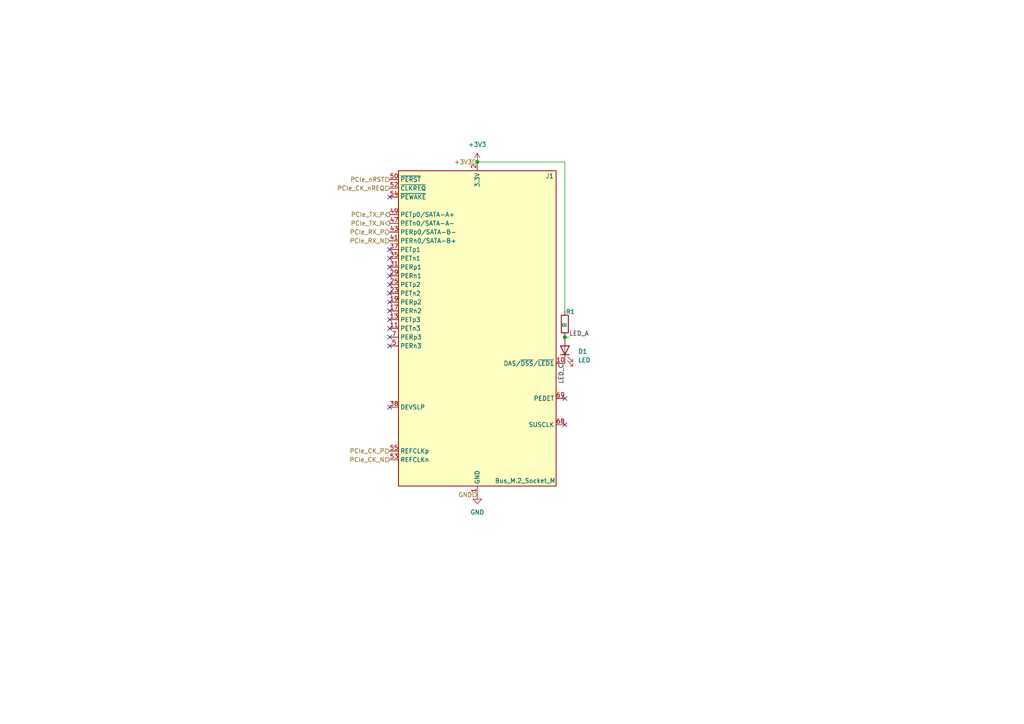
<source format=kicad_sch>
(kicad_sch (version 20231120) (generator "eeschema") (generator_version "8.0")
  (paper "A4")
  (lib_symbols
    (symbol "Connector:Bus_M.2_Socket_M"
      (property "Reference" "J" (at -22.86 46.99 0))
      (property "Value" "Bus_M.2_Socket_M" (at 16.51 46.99 0))
      (symbol "Bus_M.2_Socket_M_0_1"
        (rectangle (start -22.86 45.72) (end 22.86 -45.72) (stroke (width 0.254)) (fill (type background)))
      )
      (symbol "Bus_M.2_Socket_M_1_1"
        (pin power_in line (at 0 -48.26 90) (length 2.54) (name "GND") (number "1"))
        (pin bidirectional line (at 25.4 -10.16 180) (length 2.54) (name "DAS/~{DSS}/~{LED1}") (number "10"))
        (pin output line (at -25.4 0 0) (length 2.54) (name "PETn3") (number "11"))
        (pin passive line (at 0 48.26 270) (length 2.54) hide (name "3.3V") (number "12"))
        (pin output line (at -25.4 2.54 0) (length 2.54) (name "PETp3") (number "13"))
        (pin passive line (at 0 48.26 270) (length 2.54) hide (name "3.3V") (number "14"))
        (pin passive line (at 0 -48.26 90) (length 2.54) hide (name "GND") (number "15"))
        (pin passive line (at 0 48.26 270) (length 2.54) hide (name "3.3V") (number "16"))
        (pin input line (at -25.4 5.08 0) (length 2.54) (name "PERn2") (number "17"))
        (pin passive line (at 0 48.26 270) (length 2.54) hide (name "3.3V") (number "18"))
        (pin input line (at -25.4 7.62 0) (length 2.54) (name "PERp2") (number "19"))
        (pin power_in line (at 0 48.26 270) (length 2.54) (name "3.3V") (number "2"))
        (pin no_connect line (at 22.86 2.54 180) (length 2.54) hide (name "NC") (number "20"))
        (pin passive line (at 0 -48.26 90) (length 2.54) hide (name "GND") (number "21"))
        (pin no_connect line (at 22.86 5.08 180) (length 2.54) hide (name "NC") (number "22"))
        (pin output line (at -25.4 10.16 0) (length 2.54) (name "PETn2") (number "23"))
        (pin no_connect line (at 22.86 7.62 180) (length 2.54) hide (name "NC") (number "24"))
        (pin output line (at -25.4 12.7 0) (length 2.54) (name "PETp2") (number "25"))
        (pin no_connect line (at 22.86 10.16 180) (length 2.54) hide (name "NC") (number "26"))
        (pin passive line (at 0 -48.26 90) (length 2.54) hide (name "GND") (number "27"))
        (pin no_connect line (at 22.86 12.7 180) (length 2.54) hide (name "NC") (number "28"))
        (pin input line (at -25.4 15.24 0) (length 2.54) (name "PERn1") (number "29"))
        (pin passive line (at 0 -48.26 90) (length 2.54) hide (name "GND") (number "3"))
        (pin no_connect line (at 22.86 15.24 180) (length 2.54) hide (name "NC") (number "30"))
        (pin input line (at -25.4 17.78 0) (length 2.54) (name "PERp1") (number "31"))
        (pin no_connect line (at 22.86 17.78 180) (length 2.54) hide (name "NC") (number "32"))
        (pin passive line (at 0 -48.26 90) (length 2.54) hide (name "GND") (number "33"))
        (pin no_connect line (at 22.86 20.32 180) (length 2.54) hide (name "NC") (number "34"))
        (pin output line (at -25.4 20.32 0) (length 2.54) (name "PETn1") (number "35"))
        (pin no_connect line (at 22.86 22.86 180) (length 2.54) hide (name "NC") (number "36"))
        (pin output line (at -25.4 22.86 0) (length 2.54) (name "PETp1") (number "37"))
        (pin output line (at -25.4 -22.86 0) (length 2.54) (name "DEVSLP") (number "38"))
        (pin passive line (at 0 -48.26 90) (length 2.54) hide (name "GND") (number "39"))
        (pin passive line (at 0 48.26 270) (length 2.54) hide (name "3.3V") (number "4"))
        (pin no_connect line (at 22.86 25.4 180) (length 2.54) hide (name "NC") (number "40"))
        (pin input line (at -25.4 25.4 0) (length 2.54) (name "PERn0/SATA-B+") (number "41"))
        (pin no_connect line (at 22.86 27.94 180) (length 2.54) hide (name "NC") (number "42"))
        (pin input line (at -25.4 27.94 0) (length 2.54) (name "PERp0/SATA-B-") (number "43"))
        (pin no_connect line (at 22.86 30.48 180) (length 2.54) hide (name "NC") (number "44"))
        (pin passive line (at 0 -48.26 90) (length 2.54) hide (name "GND") (number "45"))
        (pin no_connect line (at 22.86 33.02 180) (length 2.54) hide (name "NC") (number "46"))
        (pin output line (at -25.4 30.48 0) (length 2.54) (name "PETn0/SATA-A-") (number "47"))
        (pin no_connect line (at 22.86 35.56 180) (length 2.54) hide (name "NC") (number "48"))
        (pin output line (at -25.4 33.02 0) (length 2.54) (name "PETp0/SATA-A+") (number "49"))
        (pin input line (at -25.4 -5.08 0) (length 2.54) (name "PERn3") (number "5"))
        (pin output line (at -25.4 43.18 0) (length 2.54) (name "~{PERST}") (number "50"))
        (pin passive line (at 0 -48.26 90) (length 2.54) hide (name "GND") (number "51"))
        (pin bidirectional line (at -25.4 40.64 0) (length 2.54) (name "~{CLKREQ}") (number "52"))
        (pin output line (at -25.4 -38.1 0) (length 2.54) (name "REFCLKn") (number "53"))
        (pin bidirectional line (at -25.4 38.1 0) (length 2.54) (name "~{PEWAKE}") (number "54"))
        (pin output line (at -25.4 -35.56 0) (length 2.54) (name "REFCLKp") (number "55"))
        (pin no_connect line (at 22.86 38.1 180) (length 2.54) hide (name "NC") (number "56"))
        (pin passive line (at 0 -48.26 90) (length 2.54) hide (name "GND") (number "57"))
        (pin no_connect line (at 22.86 40.64 180) (length 2.54) hide (name "NC") (number "58"))
        (pin no_connect line (at 22.86 -2.54 180) (length 2.54) hide (name "NC") (number "6"))
        (pin no_connect line (at 22.86 -5.08 180) (length 2.54) hide (name "NC") (number "67"))
        (pin output line (at 25.4 -27.94 180) (length 2.54) (name "SUSCLK") (number "68"))
        (pin passive line (at 25.4 -20.32 180) (length 2.54) (name "PEDET") (number "69"))
        (pin input line (at -25.4 -2.54 0) (length 2.54) (name "PERp3") (number "7"))
        (pin passive line (at 0 48.26 270) (length 2.54) hide (name "3.3V") (number "70"))
        (pin passive line (at 0 -48.26 90) (length 2.54) hide (name "GND") (number "71"))
        (pin passive line (at 0 48.26 270) (length 2.54) hide (name "3.3V") (number "72"))
        (pin passive line (at 0 -48.26 90) (length 2.54) hide (name "GND") (number "73"))
        (pin passive line (at 0 48.26 270) (length 2.54) hide (name "3.3V") (number "74"))
        (pin passive line (at 0 -48.26 90) (length 2.54) hide (name "GND") (number "75"))
        (pin no_connect line (at 22.86 0 180) (length 2.54) hide (name "NC") (number "8"))
        (pin passive line (at 0 -48.26 90) (length 2.54) hide (name "GND") (number "9"))
      )
    )
    (symbol "Device:LED" (pin_numbers hide) (pin_names (offset 1.016) hide)
      (property "Reference" "D" (at 0 2.54 0))
      (property "Value" "LED" (at 0 -2.54 0))
      (symbol "LED_0_1"
        (polyline (pts (xy -1.27 -1.27) (xy -1.27 1.27)) (stroke (width 0.254)))
        (polyline (pts (xy -1.27 0) (xy 1.27 0)))
        (polyline (pts (xy 1.27 -1.27) (xy 1.27 1.27) (xy -1.27 0) (xy 1.27 -1.27)) (stroke (width 0.254)))
        (polyline (pts (xy -3.048 -0.762) (xy -4.572 -2.286) (xy -3.81 -2.286) (xy -4.572 -2.286) (xy -4.572 -1.524)))
        (polyline (pts (xy -1.778 -0.762) (xy -3.302 -2.286) (xy -2.54 -2.286) (xy -3.302 -2.286) (xy -3.302 -1.524)))
      )
      (symbol "LED_1_1"
        (pin passive line (at -3.81 0 0) (length 2.54) (name "K") (number "1"))
        (pin passive line (at 3.81 0 180) (length 2.54) (name "A") (number "2"))
      )
    )
    (symbol "Device:R" (pin_numbers hide) (pin_names (offset 0))
      (property "Reference" "R" (at 2.032 0 90))
      (property "Value" "R" (at 0 0 90))
      (symbol "R_0_1"
        (rectangle (start -1.016 -2.54) (end 1.016 2.54) (stroke (width 0.254)))
      )
      (symbol "R_1_1"
        (pin passive line (at 0 3.81 270) (length 1.27) (name "~") (number "1"))
        (pin passive line (at 0 -3.81 90) (length 1.27) (name "~") (number "2"))
      )
    )
    (symbol "power:+3V3" (power) (pin_numbers hide) (pin_names (offset 0) hide)
      (property "Value" "+3V3" (at 0 3.556 0))
      (symbol "+3V3_0_1"
        (polyline (pts (xy -0.762 1.27) (xy 0 2.54)))
        (polyline (pts (xy 0 0) (xy 0 2.54)))
        (polyline (pts (xy 0 2.54) (xy 0.762 1.27)))
      )
      (symbol "+3V3_1_1"
        (pin power_in line (at 0 0 90) (length 0) (name "~") (number "1"))
      )
    )
    (symbol "power:GND" (power) (pin_numbers hide) (pin_names (offset 0) hide)
      (property "Value" "GND" (at 0 -3.81 0))
      (symbol "GND_0_1"
        (polyline (pts (xy 0 0) (xy 0 -1.27) (xy 1.27 -1.27) (xy 0 -2.54) (xy -1.27 -1.27) (xy 0 -1.27)))
      )
      (symbol "GND_1_1"
        (pin power_in line (at 0 0 270) (length 0) (name "~") (number "1"))
      )
    )
  )
  (junction (at 138.43 46.99))
  (junction (at 163.83 97.79))
  (no_connect (at 113.03 74.93))
  (no_connect (at 113.03 80.01))
  (no_connect (at 113.03 85.09))
  (no_connect (at 113.03 95.25))
  (no_connect (at 113.03 82.55))
  (no_connect (at 113.03 118.11))
  (no_connect (at 113.03 92.71))
  (no_connect (at 113.03 100.33))
  (no_connect (at 113.03 90.17))
  (no_connect (at 113.03 87.63))
  (no_connect (at 113.03 72.39))
  (no_connect (at 113.03 77.47))
  (no_connect (at 113.03 97.79))
  (no_connect (at 113.03 57.15))
  (no_connect (at 163.83 115.57))
  (no_connect (at 163.83 123.19))
  (wire (pts (xy 165.1 97.79) (xy 163.83 97.79)))
  (wire (pts (xy 163.83 46.99) (xy 138.43 46.99)))
  (wire (pts (xy 163.83 90.17) (xy 163.83 46.99)))
  (label "LED_C" (at 163.83 105.41 270))
  (label "LED_A" (at 165.1 97.79 0))
  (hierarchical_label "+3V3" (shape input) (at 138.43 46.99 180))
  (hierarchical_label "PCIe_CK_nREQ" (shape input) (at 113.03 54.61 180))
  (hierarchical_label "PCIe_RX_N" (shape input) (at 113.03 69.85 180))
  (hierarchical_label "PCIe_TX_P" (shape output) (at 113.03 62.23 180))
  (hierarchical_label "PCIe_nRST" (shape input) (at 113.03 52.07 180))
  (hierarchical_label "PCIe_RX_P" (shape input) (at 113.03 67.31 180))
  (hierarchical_label "GND" (shape input) (at 138.43 143.51 180))
  (hierarchical_label "PCIe_TX_N" (shape output) (at 113.03 64.77 180))
  (hierarchical_label "PCIe_CK_N" (shape input) (at 113.03 133.35 180))
  (hierarchical_label "PCIe_CK_P" (shape input) (at 113.03 130.81 180))
  (symbol (lib_id "power:+3V3") (at 138.43 46.99 0) (unit 1)
    (property "Reference" "#PWR03" (effects (hide yes)))
    (property "Value" "+3V3" (at 138.43 41.91 0))
    (property "Description" "Power symbol creates a global label with name \"+3V3\"" (effects (hide yes)))
  )
  (symbol (lib_id "Device:LED") (at 163.83 101.6 90) (unit 1)
    (property "Reference" "D1" (at 167.64 101.9174 90) (effects (justify right)))
    (property "Value" "LED" (at 167.64 104.4574 90) (effects (justify right)))
    (property "Description" "Light emitting diode" (effects (hide yes)))
  )
  (symbol (lib_id "Connector:Bus_M.2_Socket_M") (at 138.43 95.25 0) (unit 1)
    (property "Reference" "J1" (at 158.242 51.054 0) (effects (justify left)))
    (property "Value" "Bus_M.2_Socket_M" (at 143.51 139.446 0) (effects (justify left)))
    (property "Description" "M.2 Socket 3 Mechanical Key M" (effects (hide yes)))
  )
  (symbol (lib_id "power:GND") (at 138.43 143.51 0) (unit 1)
    (property "Reference" "#PWR02" (effects (hide yes)))
    (property "Value" "GND" (at 138.43 148.59 0))
    (property "Description" "Power symbol creates a global label with name \"GND\" , ground" (effects (hide yes)))
  )
  (symbol (lib_id "Device:R") (at 163.83 93.98 0) (unit 1)
    (property "Reference" "R1" (at 164.084 90.424 0) (effects (justify left)))
    (property "Value" "R" (at 163.83 94.996 90) (effects (justify left)))
    (property "Description" "Resistor" (effects (hide yes)))
  )
)
</source>
